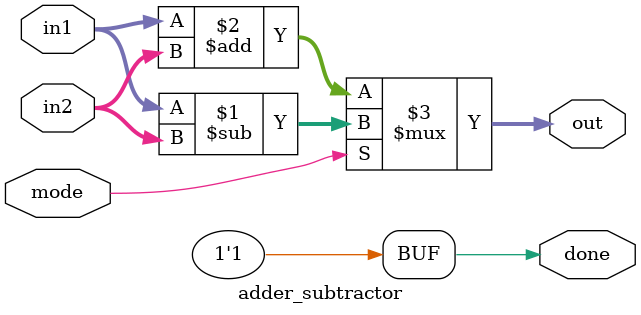
<source format=v>
module multiplier #(
    parameter IN_WIDTH = 8  // Input width (default: 8-bit)
)(
    input signed [IN_WIDTH-1:0] in1, 
    input signed [IN_WIDTH-1:0] in2,
    output signed [IN_WIDTH+IN_WIDTH-1:0] out,
    output reg done
);
    assign out = in1 * in2;
endmodule

module adder_subtractor #(
    parameter WIDTH = 16  // Input width (default: 16-bit)
)(
    input signed [WIDTH-1:0] in1, 
    input signed [WIDTH-1:0] in2,
    input mode, // 0 for addition, 1 for subtraction
    output signed [WIDTH:0] out, // One extra bit for overflow
    output reg done
);

    // Combinational logic for addition/subtraction
    assign out = mode ? (in1 - in2) : (in1 + in2);

    always @(*) begin
        done = 1'b1; // Done signal asserts immediately
    end

endmodule

</source>
